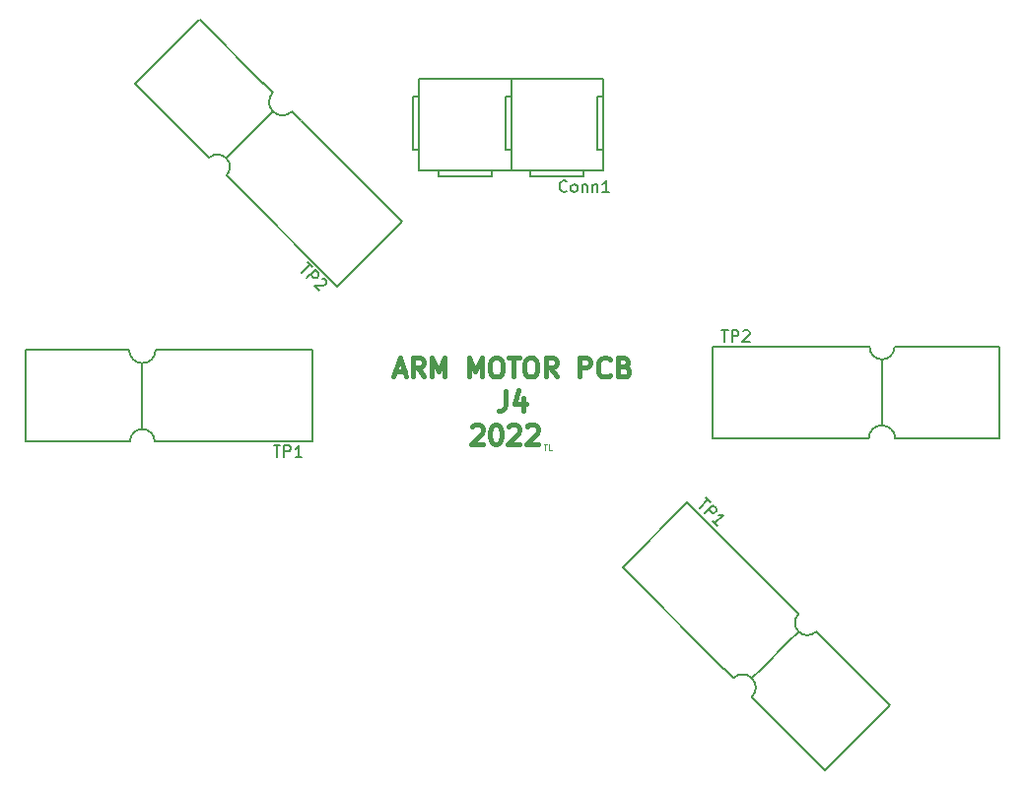
<source format=gbr>
%TF.GenerationSoftware,KiCad,Pcbnew,(5.1.9)-1*%
%TF.CreationDate,2022-03-15T15:55:04-05:00*%
%TF.ProjectId,ArmMotorPCBJ4,41726d4d-6f74-46f7-9250-43424a342e6b,rev?*%
%TF.SameCoordinates,Original*%
%TF.FileFunction,Legend,Top*%
%TF.FilePolarity,Positive*%
%FSLAX46Y46*%
G04 Gerber Fmt 4.6, Leading zero omitted, Abs format (unit mm)*
G04 Created by KiCad (PCBNEW (5.1.9)-1) date 2022-03-15 15:55:04*
%MOMM*%
%LPD*%
G01*
G04 APERTURE LIST*
%ADD10C,0.095250*%
%ADD11C,0.412750*%
%ADD12C,0.150000*%
G04 APERTURE END LIST*
D10*
X129697238Y-67793809D02*
X129987523Y-67793809D01*
X129842380Y-68301809D02*
X129842380Y-67793809D01*
X130398761Y-68301809D02*
X130156857Y-68301809D01*
X130156857Y-67793809D01*
D11*
X116976071Y-61520916D02*
X117762261Y-61520916D01*
X116818833Y-61992630D02*
X117369166Y-60341630D01*
X117919500Y-61992630D01*
X119413261Y-61992630D02*
X118862928Y-61206440D01*
X118469833Y-61992630D02*
X118469833Y-60341630D01*
X119098785Y-60341630D01*
X119256023Y-60420250D01*
X119334642Y-60498869D01*
X119413261Y-60656107D01*
X119413261Y-60891964D01*
X119334642Y-61049202D01*
X119256023Y-61127821D01*
X119098785Y-61206440D01*
X118469833Y-61206440D01*
X120120833Y-61992630D02*
X120120833Y-60341630D01*
X120671166Y-61520916D01*
X121221500Y-60341630D01*
X121221500Y-61992630D01*
X123265595Y-61992630D02*
X123265595Y-60341630D01*
X123815928Y-61520916D01*
X124366261Y-60341630D01*
X124366261Y-61992630D01*
X125466928Y-60341630D02*
X125781404Y-60341630D01*
X125938642Y-60420250D01*
X126095880Y-60577488D01*
X126174500Y-60891964D01*
X126174500Y-61442297D01*
X126095880Y-61756773D01*
X125938642Y-61914011D01*
X125781404Y-61992630D01*
X125466928Y-61992630D01*
X125309690Y-61914011D01*
X125152452Y-61756773D01*
X125073833Y-61442297D01*
X125073833Y-60891964D01*
X125152452Y-60577488D01*
X125309690Y-60420250D01*
X125466928Y-60341630D01*
X126646214Y-60341630D02*
X127589642Y-60341630D01*
X127117928Y-61992630D02*
X127117928Y-60341630D01*
X128454452Y-60341630D02*
X128768928Y-60341630D01*
X128926166Y-60420250D01*
X129083404Y-60577488D01*
X129162023Y-60891964D01*
X129162023Y-61442297D01*
X129083404Y-61756773D01*
X128926166Y-61914011D01*
X128768928Y-61992630D01*
X128454452Y-61992630D01*
X128297214Y-61914011D01*
X128139976Y-61756773D01*
X128061357Y-61442297D01*
X128061357Y-60891964D01*
X128139976Y-60577488D01*
X128297214Y-60420250D01*
X128454452Y-60341630D01*
X130813023Y-61992630D02*
X130262690Y-61206440D01*
X129869595Y-61992630D02*
X129869595Y-60341630D01*
X130498547Y-60341630D01*
X130655785Y-60420250D01*
X130734404Y-60498869D01*
X130813023Y-60656107D01*
X130813023Y-60891964D01*
X130734404Y-61049202D01*
X130655785Y-61127821D01*
X130498547Y-61206440D01*
X129869595Y-61206440D01*
X132778500Y-61992630D02*
X132778500Y-60341630D01*
X133407452Y-60341630D01*
X133564690Y-60420250D01*
X133643309Y-60498869D01*
X133721928Y-60656107D01*
X133721928Y-60891964D01*
X133643309Y-61049202D01*
X133564690Y-61127821D01*
X133407452Y-61206440D01*
X132778500Y-61206440D01*
X135372928Y-61835392D02*
X135294309Y-61914011D01*
X135058452Y-61992630D01*
X134901214Y-61992630D01*
X134665357Y-61914011D01*
X134508119Y-61756773D01*
X134429500Y-61599535D01*
X134350880Y-61285059D01*
X134350880Y-61049202D01*
X134429500Y-60734726D01*
X134508119Y-60577488D01*
X134665357Y-60420250D01*
X134901214Y-60341630D01*
X135058452Y-60341630D01*
X135294309Y-60420250D01*
X135372928Y-60498869D01*
X136630833Y-61127821D02*
X136866690Y-61206440D01*
X136945309Y-61285059D01*
X137023928Y-61442297D01*
X137023928Y-61678154D01*
X136945309Y-61835392D01*
X136866690Y-61914011D01*
X136709452Y-61992630D01*
X136080500Y-61992630D01*
X136080500Y-60341630D01*
X136630833Y-60341630D01*
X136788071Y-60420250D01*
X136866690Y-60498869D01*
X136945309Y-60656107D01*
X136945309Y-60813345D01*
X136866690Y-60970583D01*
X136788071Y-61049202D01*
X136630833Y-61127821D01*
X136080500Y-61127821D01*
X126449666Y-63230880D02*
X126449666Y-64410166D01*
X126371047Y-64646023D01*
X126213809Y-64803261D01*
X125977952Y-64881880D01*
X125820714Y-64881880D01*
X127943428Y-63781214D02*
X127943428Y-64881880D01*
X127550333Y-63152261D02*
X127157238Y-64331547D01*
X128179285Y-64331547D01*
X123540761Y-66277369D02*
X123619380Y-66198750D01*
X123776619Y-66120130D01*
X124169714Y-66120130D01*
X124326952Y-66198750D01*
X124405571Y-66277369D01*
X124484190Y-66434607D01*
X124484190Y-66591845D01*
X124405571Y-66827702D01*
X123462142Y-67771130D01*
X124484190Y-67771130D01*
X125506238Y-66120130D02*
X125663476Y-66120130D01*
X125820714Y-66198750D01*
X125899333Y-66277369D01*
X125977952Y-66434607D01*
X126056571Y-66749083D01*
X126056571Y-67142178D01*
X125977952Y-67456654D01*
X125899333Y-67613892D01*
X125820714Y-67692511D01*
X125663476Y-67771130D01*
X125506238Y-67771130D01*
X125349000Y-67692511D01*
X125270380Y-67613892D01*
X125191761Y-67456654D01*
X125113142Y-67142178D01*
X125113142Y-66749083D01*
X125191761Y-66434607D01*
X125270380Y-66277369D01*
X125349000Y-66198750D01*
X125506238Y-66120130D01*
X126685523Y-66277369D02*
X126764142Y-66198750D01*
X126921380Y-66120130D01*
X127314476Y-66120130D01*
X127471714Y-66198750D01*
X127550333Y-66277369D01*
X127628952Y-66434607D01*
X127628952Y-66591845D01*
X127550333Y-66827702D01*
X126606904Y-67771130D01*
X127628952Y-67771130D01*
X128257904Y-66277369D02*
X128336523Y-66198750D01*
X128493761Y-66120130D01*
X128886857Y-66120130D01*
X129044095Y-66198750D01*
X129122714Y-66277369D01*
X129201333Y-66434607D01*
X129201333Y-66591845D01*
X129122714Y-66827702D01*
X128179285Y-67771130D01*
X129201333Y-67771130D01*
D12*
%TO.C,TP1*%
X151601489Y-82387742D02*
X150739384Y-81525637D01*
X159468193Y-90254446D02*
X153110172Y-83896425D01*
X150739384Y-84758529D02*
X148422478Y-87075435D01*
X150739384Y-81525637D02*
X142046496Y-72832749D01*
X147596295Y-89518065D02*
X148458399Y-90380170D01*
X153900434Y-95822205D02*
X159450233Y-90272407D01*
X142046496Y-72832749D02*
X136478737Y-78400508D01*
X153882474Y-95804244D02*
X148404518Y-90326288D01*
X145189586Y-87111356D02*
X145961888Y-87883658D01*
X147596295Y-87901619D02*
X148422478Y-87075435D01*
X150739384Y-84758529D02*
X151547607Y-83950306D01*
X145171625Y-87093396D02*
X136478737Y-78400508D01*
X147596295Y-89518065D02*
G75*
G03*
X147596295Y-87901619I-808223J808223D01*
G01*
X151601488Y-82387742D02*
G75*
G03*
X151601489Y-83896425I754342J-754341D01*
G01*
X147596295Y-87901618D02*
G75*
G03*
X145979848Y-87901619I-808223J-808224D01*
G01*
X151565567Y-83860504D02*
G75*
G03*
X153074251Y-83932346I790263J718421D01*
G01*
%TO.C,TP2*%
X102438051Y-44707718D02*
X103300156Y-45569823D01*
X94571347Y-36841014D02*
X100929368Y-43199035D01*
X103300156Y-42336931D02*
X105617062Y-40020025D01*
X103300156Y-45569823D02*
X111993044Y-54262711D01*
X106443245Y-37577395D02*
X105581141Y-36715290D01*
X100139106Y-31273255D02*
X94589307Y-36823053D01*
X111993044Y-54262711D02*
X117560803Y-48694952D01*
X100157066Y-31291216D02*
X105635022Y-36769172D01*
X108849954Y-39984104D02*
X108077652Y-39211802D01*
X106443245Y-39193841D02*
X105617062Y-40020025D01*
X103300156Y-42336931D02*
X102491933Y-43145154D01*
X108867915Y-40002064D02*
X117560803Y-48694952D01*
X106443245Y-37577395D02*
G75*
G03*
X106443245Y-39193841I808223J-808223D01*
G01*
X102438052Y-44707718D02*
G75*
G03*
X102438051Y-43199035I-754342J754341D01*
G01*
X106443245Y-39193842D02*
G75*
G03*
X108059692Y-39193841I808223J808224D01*
G01*
X102473973Y-43234956D02*
G75*
G03*
X100965289Y-43163114I-790263J-718421D01*
G01*
X157703800Y-59440000D02*
X156484600Y-59440000D01*
X168829000Y-59440000D02*
X159837400Y-59440000D01*
X158770600Y-61726000D02*
X158770600Y-65002600D01*
X156484600Y-59440000D02*
X144191000Y-59440000D01*
X159913600Y-67314000D02*
X161132800Y-67314000D01*
X168829000Y-67314000D02*
X168829000Y-59465400D01*
X144191000Y-59440000D02*
X144191000Y-67314000D01*
X168803600Y-67314000D02*
X161056600Y-67314000D01*
X156510000Y-67314000D02*
X157602200Y-67314000D01*
X158770600Y-66171000D02*
X158770600Y-65002600D01*
X158770600Y-61726000D02*
X158770600Y-60583000D01*
X156484600Y-67314000D02*
X144191000Y-67314000D01*
X158719800Y-60506800D02*
G75*
G03*
X159837400Y-59490800I50800J1066800D01*
G01*
X158770600Y-66171000D02*
G75*
G03*
X157627600Y-67314000I0J-1143000D01*
G01*
X157703800Y-59440000D02*
G75*
G03*
X158770600Y-60506800I1066800J0D01*
G01*
X159913600Y-67314000D02*
G75*
G03*
X158770600Y-66171000I-1143000J0D01*
G01*
%TO.C,TP1*%
X96296200Y-67560000D02*
X97515400Y-67560000D01*
X85171000Y-67560000D02*
X94162600Y-67560000D01*
X95229400Y-65274000D02*
X95229400Y-61997400D01*
X97515400Y-67560000D02*
X109809000Y-67560000D01*
X94086400Y-59686000D02*
X92867200Y-59686000D01*
X85171000Y-59686000D02*
X85171000Y-67534600D01*
X109809000Y-67560000D02*
X109809000Y-59686000D01*
X85196400Y-59686000D02*
X92943400Y-59686000D01*
X97490000Y-59686000D02*
X96397800Y-59686000D01*
X95229400Y-60829000D02*
X95229400Y-61997400D01*
X95229400Y-65274000D02*
X95229400Y-66417000D01*
X97515400Y-59686000D02*
X109809000Y-59686000D01*
X95280200Y-66493200D02*
G75*
G03*
X94162600Y-67509200I-50800J-1066800D01*
G01*
X95229400Y-60829000D02*
G75*
G03*
X96372400Y-59686000I0J1143000D01*
G01*
X96296200Y-67560000D02*
G75*
G03*
X95229400Y-66493200I-1066800J0D01*
G01*
X94086400Y-59686000D02*
G75*
G03*
X95229400Y-60829000I1143000J0D01*
G01*
%TO.C,Conn1*%
X134305000Y-37946000D02*
X134305000Y-42518000D01*
X134813000Y-44296000D02*
X126913000Y-44296000D01*
X134813000Y-44296000D02*
X134813000Y-36396000D01*
X119013000Y-37946000D02*
X118505000Y-37946000D01*
X126913000Y-44296000D02*
X119013000Y-44296000D01*
X128541000Y-44296000D02*
X128541000Y-44804000D01*
X118505000Y-37946000D02*
X118505000Y-42518000D01*
X126404400Y-42518000D02*
X126912400Y-42518000D01*
X133113000Y-44804000D02*
X133113000Y-44296000D01*
X120664000Y-44804000D02*
X125236000Y-44804000D01*
X118505000Y-42518000D02*
X119013000Y-42518000D01*
X134305000Y-42518000D02*
X134813000Y-42518000D01*
X120664000Y-44296000D02*
X120664000Y-44804000D01*
X126912400Y-37946000D02*
X126404400Y-37946000D01*
X134813000Y-36396000D02*
X126913000Y-36396000D01*
X126404400Y-37946000D02*
X126404400Y-42518000D01*
X119013000Y-44296000D02*
X119013000Y-36396000D01*
X128541000Y-44804000D02*
X133113000Y-44804000D01*
X134813000Y-37946000D02*
X134305000Y-37946000D01*
X126913000Y-36396000D02*
X119013000Y-36396000D01*
X125236000Y-44804000D02*
X125236000Y-44296000D01*
X126913000Y-44296000D02*
X126913000Y-36396000D01*
%TO.C,TP1*%
X143616071Y-72369223D02*
X144020132Y-72773284D01*
X143110995Y-73278360D02*
X143818102Y-72571253D01*
X143548728Y-73716093D02*
X144255835Y-73008986D01*
X144525209Y-73278360D01*
X144558880Y-73379375D01*
X144558880Y-73446719D01*
X144525209Y-73547734D01*
X144424193Y-73648749D01*
X144323178Y-73682421D01*
X144255835Y-73682421D01*
X144154819Y-73648750D01*
X143885445Y-73379375D01*
X144626224Y-74793589D02*
X144222163Y-74389528D01*
X144424193Y-74591559D02*
X145131300Y-73884452D01*
X144962941Y-73918124D01*
X144828254Y-73918124D01*
X144727239Y-73884452D01*
%TO.C,TP2*%
X109413315Y-52167183D02*
X109817376Y-52571244D01*
X108908239Y-53076320D02*
X109615346Y-52369213D01*
X109345972Y-53514053D02*
X110053079Y-52806946D01*
X110322453Y-53076320D01*
X110356124Y-53177335D01*
X110356124Y-53244679D01*
X110322453Y-53345694D01*
X110221437Y-53446710D01*
X110120422Y-53480381D01*
X110053079Y-53480381D01*
X109952063Y-53446710D01*
X109682689Y-53177335D01*
X110659170Y-53547725D02*
X110726514Y-53547725D01*
X110827529Y-53581397D01*
X110995888Y-53749755D01*
X111029559Y-53850771D01*
X111029559Y-53918114D01*
X110995888Y-54019129D01*
X110928544Y-54086473D01*
X110793857Y-54153816D01*
X109985735Y-54153816D01*
X110423468Y-54591549D01*
X144973095Y-58002380D02*
X145544523Y-58002380D01*
X145258809Y-59002380D02*
X145258809Y-58002380D01*
X145877857Y-59002380D02*
X145877857Y-58002380D01*
X146258809Y-58002380D01*
X146354047Y-58050000D01*
X146401666Y-58097619D01*
X146449285Y-58192857D01*
X146449285Y-58335714D01*
X146401666Y-58430952D01*
X146354047Y-58478571D01*
X146258809Y-58526190D01*
X145877857Y-58526190D01*
X146830238Y-58097619D02*
X146877857Y-58050000D01*
X146973095Y-58002380D01*
X147211190Y-58002380D01*
X147306428Y-58050000D01*
X147354047Y-58097619D01*
X147401666Y-58192857D01*
X147401666Y-58288095D01*
X147354047Y-58430952D01*
X146782619Y-59002380D01*
X147401666Y-59002380D01*
%TO.C,TP1*%
X106503095Y-67902380D02*
X107074523Y-67902380D01*
X106788809Y-68902380D02*
X106788809Y-67902380D01*
X107407857Y-68902380D02*
X107407857Y-67902380D01*
X107788809Y-67902380D01*
X107884047Y-67950000D01*
X107931666Y-67997619D01*
X107979285Y-68092857D01*
X107979285Y-68235714D01*
X107931666Y-68330952D01*
X107884047Y-68378571D01*
X107788809Y-68426190D01*
X107407857Y-68426190D01*
X108931666Y-68902380D02*
X108360238Y-68902380D01*
X108645952Y-68902380D02*
X108645952Y-67902380D01*
X108550714Y-68045238D01*
X108455476Y-68140476D01*
X108360238Y-68188095D01*
%TO.C,Conn1*%
X131676190Y-46027142D02*
X131628571Y-46074761D01*
X131485714Y-46122380D01*
X131390476Y-46122380D01*
X131247619Y-46074761D01*
X131152380Y-45979523D01*
X131104761Y-45884285D01*
X131057142Y-45693809D01*
X131057142Y-45550952D01*
X131104761Y-45360476D01*
X131152380Y-45265238D01*
X131247619Y-45170000D01*
X131390476Y-45122380D01*
X131485714Y-45122380D01*
X131628571Y-45170000D01*
X131676190Y-45217619D01*
X132247619Y-46122380D02*
X132152380Y-46074761D01*
X132104761Y-46027142D01*
X132057142Y-45931904D01*
X132057142Y-45646190D01*
X132104761Y-45550952D01*
X132152380Y-45503333D01*
X132247619Y-45455714D01*
X132390476Y-45455714D01*
X132485714Y-45503333D01*
X132533333Y-45550952D01*
X132580952Y-45646190D01*
X132580952Y-45931904D01*
X132533333Y-46027142D01*
X132485714Y-46074761D01*
X132390476Y-46122380D01*
X132247619Y-46122380D01*
X133009523Y-45455714D02*
X133009523Y-46122380D01*
X133009523Y-45550952D02*
X133057142Y-45503333D01*
X133152380Y-45455714D01*
X133295238Y-45455714D01*
X133390476Y-45503333D01*
X133438095Y-45598571D01*
X133438095Y-46122380D01*
X133914285Y-45455714D02*
X133914285Y-46122380D01*
X133914285Y-45550952D02*
X133961904Y-45503333D01*
X134057142Y-45455714D01*
X134200000Y-45455714D01*
X134295238Y-45503333D01*
X134342857Y-45598571D01*
X134342857Y-46122380D01*
X135342857Y-46122380D02*
X134771428Y-46122380D01*
X135057142Y-46122380D02*
X135057142Y-45122380D01*
X134961904Y-45265238D01*
X134866666Y-45360476D01*
X134771428Y-45408095D01*
%TD*%
M02*

</source>
